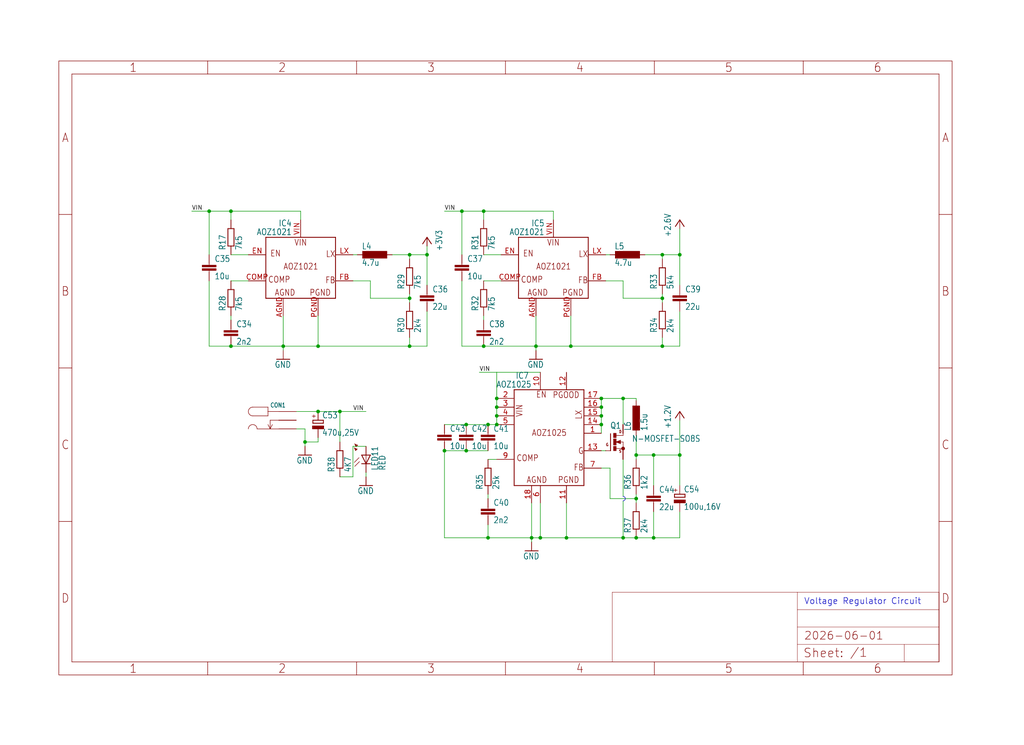
<source format=kicad_sch>
(kicad_sch (version 20250114) (generator "eeschema") (generator_version "9.0")
  (paper "User" 298.45 217.322)
  (lib_symbols
    (symbol "STCC1-V5a-eagle-import:+1.2V" (power)
      (symbol "+1.2V_1_0"
        (polyline (pts (xy 0 0) (xy -1.27 -1.905)) (stroke (width 0.254)))
        (polyline (pts (xy 0 0) (xy 1.27 -1.905)) (stroke (width 0.254)))
        (pin power_in line (at 0 -2.54 90) (length 2.54) (name "+1.2V") (number "1"))
      )
    )
    (symbol "STCC1-V5a-eagle-import:+2.6V" (power)
      (symbol "+2.6V_1_0"
        (polyline (pts (xy 0 2.54) (xy -1.27 0.635)) (stroke (width 0.254)))
        (polyline (pts (xy 1.27 0.635) (xy 0 2.54)) (stroke (width 0.254)))
        (pin power_in line (at 0 0 90) (length 2.54) (name "+2.6V") (number "1"))
      )
    )
    (symbol "STCC1-V5a-eagle-import:+3V3" (power)
      (symbol "+3V3_1_0"
        (polyline (pts (xy 0 0) (xy -1.27 -1.905)) (stroke (width 0.254)))
        (polyline (pts (xy 1.27 -1.905) (xy 0 0)) (stroke (width 0.254)))
        (pin power_in line (at 0 -2.54 90) (length 2.54) (name "+3V3") (number "1"))
      )
    )
    (symbol "STCC1-V5a-eagle-import:A4L-LOC"
      (symbol "A4L-LOC_1_0"
        (polyline (pts (xy 0 179.07) (xy 260.35 179.07) (xy 260.35 0) (xy 0 0) (xy 0 179.07)))
        (polyline (pts (xy 0 134.3025) (xy 3.81 134.3025)))
        (polyline (pts (xy 0 89.535) (xy 3.81 89.535)))
        (polyline (pts (xy 0 44.7675) (xy 3.81 44.7675)))
        (polyline (pts (xy 3.81 175.26) (xy 3.81 3.81)))
        (polyline (pts (xy 43.3917 179.07) (xy 43.3917 175.26)))
        (polyline (pts (xy 43.3917 3.81) (xy 43.3917 0)))
        (polyline (pts (xy 86.7833 179.07) (xy 86.7833 175.26)))
        (polyline (pts (xy 86.7833 3.81) (xy 86.7833 0)))
        (polyline (pts (xy 130.175 179.07) (xy 130.175 175.26)))
        (polyline (pts (xy 130.175 3.81) (xy 130.175 0)))
        (polyline (pts (xy 161.29 24.13) (xy 215.265 24.13)) (stroke (width 0.1016)))
        (polyline (pts (xy 161.29 3.81) (xy 161.29 24.13)) (stroke (width 0.1016)))
        (polyline (pts (xy 173.5667 179.07) (xy 173.5667 175.26)))
        (polyline (pts (xy 173.5667 3.81) (xy 173.5667 0)))
        (polyline (pts (xy 215.265 24.13) (xy 256.54 24.13)) (stroke (width 0.1016)))
        (polyline (pts (xy 215.265 19.05) (xy 215.265 24.13)) (stroke (width 0.1016)))
        (polyline (pts (xy 215.265 19.05) (xy 256.54 19.05)) (stroke (width 0.1016)))
        (polyline (pts (xy 215.265 13.97) (xy 215.265 19.05)) (stroke (width 0.1016)))
        (polyline (pts (xy 215.265 13.97) (xy 256.54 13.97)) (stroke (width 0.1016)))
        (polyline (pts (xy 215.265 8.89) (xy 215.265 13.97)) (stroke (width 0.1016)))
        (polyline (pts (xy 215.265 8.89) (xy 215.265 3.81)) (stroke (width 0.1016)))
        (polyline (pts (xy 216.9583 179.07) (xy 216.9583 175.26)))
        (polyline (pts (xy 216.9583 3.81) (xy 216.9583 0)))
        (polyline (pts (xy 246.38 8.89) (xy 215.265 8.89)) (stroke (width 0.1016)))
        (polyline (pts (xy 246.38 8.89) (xy 256.54 8.89)) (stroke (width 0.1016)))
        (polyline (pts (xy 246.38 3.81) (xy 246.38 8.89)) (stroke (width 0.1016)))
        (polyline (pts (xy 256.54 175.26) (xy 3.81 175.26)))
        (polyline (pts (xy 256.54 175.26) (xy 256.54 3.81)))
        (polyline (pts (xy 256.54 134.3025) (xy 260.35 134.3025)))
        (polyline (pts (xy 256.54 89.535) (xy 260.35 89.535)))
        (polyline (pts (xy 256.54 44.7675) (xy 260.35 44.7675)))
        (polyline (pts (xy 256.54 19.05) (xy 256.54 24.13)) (stroke (width 0.1016)))
        (polyline (pts (xy 256.54 13.97) (xy 256.54 19.05)) (stroke (width 0.1016)))
        (polyline (pts (xy 256.54 8.89) (xy 256.54 13.97)) (stroke (width 0.1016)))
        (polyline (pts (xy 256.54 3.81) (xy 3.81 3.81)))
        (polyline (pts (xy 256.54 3.81) (xy 256.54 8.89)) (stroke (width 0.1016)))
        (text "A" (at 1.905 156.6863 0) (effects (font (size 2.54 2.286))))
        (text "B" (at 1.905 111.9188 0) (effects (font (size 2.54 2.286))))
        (text "C" (at 1.905 67.1513 0) (effects (font (size 2.54 2.286))))
        (text "D" (at 1.905 22.3838 0) (effects (font (size 2.54 2.286))))
        (text "1" (at 21.6958 177.165 0) (effects (font (size 2.54 2.286))))
        (text "1" (at 21.6958 1.905 0) (effects (font (size 2.54 2.286))))
        (text "2" (at 65.0875 177.165 0) (effects (font (size 2.54 2.286))))
        (text "2" (at 65.0875 1.905 0) (effects (font (size 2.54 2.286))))
        (text "3" (at 108.4792 177.165 0) (effects (font (size 2.54 2.286))))
        (text "3" (at 108.4792 1.905 0) (effects (font (size 2.54 2.286))))
        (text "4" (at 151.8708 177.165 0) (effects (font (size 2.54 2.286))))
        (text "4" (at 151.8708 1.905 0) (effects (font (size 2.54 2.286))))
        (text "5" (at 195.2625 177.165 0) (effects (font (size 2.54 2.286))))
        (text "5" (at 195.2625 1.905 0) (effects (font (size 2.54 2.286))))
        (text "Sheet:" (at 216.916 4.953 0) (effects (font (size 2.54 2.54)) (justify left bottom)))
        (text "${PROJECTNAME}" (at 217.17 15.24 0) (effects (font (size 2.54 2.54)) (justify left bottom)))
        (text "${CURRENT_DATE}" (at 217.17 10.16 0) (effects (font (size 2.286 2.286)) (justify left bottom)))
        (text "${#}/${##}" (at 230.505 5.08 0) (effects (font (size 2.54 2.54)) (justify left bottom)))
        (text "6" (at 238.6542 177.165 0) (effects (font (size 2.54 2.286))))
        (text "6" (at 238.6542 1.905 0) (effects (font (size 2.54 2.286))))
        (text "A" (at 258.445 156.6863 0) (effects (font (size 2.54 2.286))))
        (text "B" (at 258.445 111.9188 0) (effects (font (size 2.54 2.286))))
        (text "C" (at 258.445 67.1513 0) (effects (font (size 2.54 2.286))))
        (text "D" (at 258.445 22.3838 0) (effects (font (size 2.54 2.286))))
      )
    )
    (symbol "STCC1-V5a-eagle-import:AOZ1021"
      (property "Reference" "IC" (at -2.54 15.24 0))
      (symbol "AOZ1021_1_0"
        (polyline (pts (xy -10.16 10.16) (xy 10.16 10.16)) (stroke (width 0.254)))
        (polyline (pts (xy -10.16 -7.62) (xy -10.16 10.16)) (stroke (width 0.254)))
        (polyline (pts (xy 10.16 10.16) (xy 10.16 -7.62)) (stroke (width 0.254)))
        (polyline (pts (xy 10.16 -7.62) (xy -10.16 -7.62)) (stroke (width 0.254)))
        (text "COMP" (at -9.525 -3.175 0) (effects (font (size 1.778 1.5113)) (justify left bottom)))
        (text "EN" (at -8.89 4.445 0) (effects (font (size 1.778 1.5113)) (justify left bottom)))
        (text "AGND" (at -7.62 -6.985 0) (effects (font (size 1.778 1.5113)) (justify left bottom)))
        (text "AOZ1021" (at -5.08 0.635 0) (effects (font (size 1.778 1.5113)) (justify left bottom)))
        (text "VIN" (at -1.905 7.62 0) (effects (font (size 1.778 1.5113)) (justify left bottom)))
        (text "PGND" (at 2.54 -6.985 0) (effects (font (size 1.778 1.5113)) (justify left bottom)))
        (text "LX" (at 10.16 6.35 0) (effects (font (size 1.778 1.5113)) (justify right top)))
        (text "FB" (at 10.16 -1.27 0) (effects (font (size 1.778 1.5113)) (justify right top)))
        (pin bidirectional line (at -15.24 5.08 0) (length 5.08) (name "EN") (number "EN"))
        (pin bidirectional line (at -15.24 -2.54 0) (length 5.08) (name "COMP") (number "COMP"))
        (pin bidirectional line (at -5.08 -12.7 90) (length 5.08) (name "AGND") (number "AGND"))
        (pin bidirectional line (at 0 15.24 270) (length 5.08) (name "VIN") (number "VIN"))
        (pin bidirectional line (at 5.08 -12.7 90) (length 5.08) (name "PGND") (number "PGND"))
        (pin bidirectional line (at 15.24 5.08 180) (length 5.08) (name "LX") (number "LX"))
        (pin bidirectional line (at 15.24 -2.54 180) (length 5.08) (name "FB") (number "FB"))
      )
    )
    (symbol "STCC1-V5a-eagle-import:AOZ1025"
      (property "Reference" "IC" (at -5.842 20.32 0))
      (symbol "AOZ1025_1_0"
        (polyline (pts (xy -10.16 15.24) (xy 10.16 15.24)) (stroke (width 0.254)))
        (polyline (pts (xy -10.16 -12.7) (xy -10.16 15.24)) (stroke (width 0.254)))
        (polyline (pts (xy 10.16 15.24) (xy 10.16 -12.7)) (stroke (width 0.254)))
        (polyline (pts (xy 10.16 -12.7) (xy -10.16 -12.7)) (stroke (width 0.254)))
        (text "COMP" (at -9.525 -5.715 0) (effects (font (size 1.778 1.5113)) (justify left bottom)))
        (text "VIN" (at -7.62 7.239 900) (effects (font (size 1.778 1.5113)) (justify left bottom)))
        (text "AGND" (at -6.604 -12.065 0) (effects (font (size 1.778 1.5113)) (justify left bottom)))
        (text "AOZ1025" (at -5.08 1.651 0) (effects (font (size 1.778 1.5113)) (justify left bottom)))
        (text "EN" (at -3.81 12.827 0) (effects (font (size 1.778 1.5113)) (justify left bottom)))
        (text "PGOOD" (at 1.016 12.7 0) (effects (font (size 1.778 1.5113)) (justify left bottom)))
        (text "PGND" (at 2.54 -12.065 0) (effects (font (size 1.778 1.5113)) (justify left bottom)))
        (text "LX" (at 7.62 9.398 900) (effects (font (size 1.778 1.5113)) (justify right top)))
        (text "G" (at 10.16 -1.524 0) (effects (font (size 1.778 1.5113)) (justify right top)))
        (text "FB" (at 10.16 -6.35 0) (effects (font (size 1.778 1.5113)) (justify right top)))
        (pin bidirectional line (at -15.24 12.7 0) (length 5.08) (name "VIN1") (number "2"))
        (pin bidirectional line (at -15.24 10.16 0) (length 5.08) (name "VIN2") (number "3"))
        (pin bidirectional line (at -15.24 7.62 0) (length 5.08) (name "VIN3") (number "4"))
        (pin bidirectional line (at -15.24 5.08 0) (length 5.08) (name "VIN4") (number "5"))
        (pin bidirectional line (at -15.24 -5.08 0) (length 5.08) (name "COMP") (number "9"))
        (pin bidirectional line (at -5.08 -17.78 90) (length 5.08) (name "AGND2") (number "18"))
        (pin bidirectional line (at -2.54 20.32 270) (length 5.08) (name "EN") (number "10"))
        (pin bidirectional line (at -2.54 -17.78 90) (length 5.08) (name "AGND1") (number "6"))
        (pin bidirectional line (at 5.08 20.32 270) (length 5.08) (name "PGOOD") (number "12"))
        (pin bidirectional line (at 5.08 -17.78 90) (length 5.08) (name "PGND") (number "11"))
        (pin bidirectional line (at 15.24 12.7 180) (length 5.08) (name "LX5") (number "17"))
        (pin bidirectional line (at 15.24 10.16 180) (length 5.08) (name "LX4") (number "16"))
        (pin bidirectional line (at 15.24 7.62 180) (length 5.08) (name "LX3") (number "15"))
        (pin bidirectional line (at 15.24 5.08 180) (length 5.08) (name "LX2") (number "14"))
        (pin bidirectional line (at 15.24 2.54 180) (length 5.08) (name "LX1") (number "1"))
        (pin bidirectional line (at 15.24 -2.54 180) (length 5.08) (name "G") (number "13"))
        (pin bidirectional line (at 15.24 -7.62 180) (length 5.08) (name "FB") (number "7"))
      )
    )
    (symbol "STCC1-V5a-eagle-import:C-EUC0805"
      (property "Reference" "C" (at 1.524 0.381 0))
      (symbol "C-EUC0805_1_0"
        (rectangle (start -2.032 -1.016) (end 2.032 -0.508) (fill (type outline)))
        (rectangle (start -2.032 -2.032) (end 2.032 -1.524) (fill (type outline)))
        (polyline (pts (xy 0 0) (xy 0 -0.508)) (stroke (width 0.1524)))
        (polyline (pts (xy 0 -2.54) (xy 0 -2.032)) (stroke (width 0.1524)))
        (pin passive line (at 0 2.54 270) (length 2.54) (name "1") (number "1"))
        (pin passive line (at 0 -5.08 90) (length 2.54) (name "2") (number "2"))
      )
    )
    (symbol "STCC1-V5a-eagle-import:CPOL-EU153CLV-0605"
      (property "Reference" "C" (at 1.143 0.4826 0))
      (symbol "CPOL-EU153CLV-0605_1_0"
        (rectangle (start -1.651 -2.54) (end 1.651 -1.651) (fill (type outline)))
        (polyline (pts (xy -1.524 0) (xy -1.524 -0.889)) (stroke (width 0.254)))
        (polyline (pts (xy -1.524 0) (xy 1.524 0)) (stroke (width 0.254)))
        (polyline (pts (xy -1.524 -0.889) (xy 1.524 -0.889)) (stroke (width 0.254)))
        (polyline (pts (xy 1.524 -0.889) (xy 1.524 0)) (stroke (width 0.254)))
        (text "+" (at -0.5842 0.4064 900) (effects (font (size 1.27 1.0795)) (justify left bottom)))
        (pin passive line (at 0 2.54 270) (length 2.54) (name "+") (number "+"))
        (pin passive line (at 0 -5.08 90) (length 2.54) (name "-") (number "-"))
      )
    )
    (symbol "STCC1-V5a-eagle-import:CPOL-EU153CLV-1014"
      (property "Reference" "C" (at 1.143 0.4826 0))
      (symbol "CPOL-EU153CLV-1014_1_0"
        (rectangle (start -1.651 -2.54) (end 1.651 -1.651) (fill (type outline)))
        (polyline (pts (xy -1.524 0) (xy -1.524 -0.889)) (stroke (width 0.254)))
        (polyline (pts (xy -1.524 0) (xy 1.524 0)) (stroke (width 0.254)))
        (polyline (pts (xy -1.524 -0.889) (xy 1.524 -0.889)) (stroke (width 0.254)))
        (polyline (pts (xy 1.524 -0.889) (xy 1.524 0)) (stroke (width 0.254)))
        (text "+" (at -0.5842 0.4064 900) (effects (font (size 1.27 1.0795)) (justify left bottom)))
        (pin passive line (at 0 2.54 270) (length 2.54) (name "+") (number "+"))
        (pin passive line (at 0 -5.08 90) (length 2.54) (name "-") (number "-"))
      )
    )
    (symbol "STCC1-V5a-eagle-import:DC_SOCKET5870"
      (property "Reference" "CON" (at 0 5.08 0))
      (symbol "DC_SOCKET5870_1_0"
        (arc (start -5.08 1.27) (mid -6.35 2.54) (end -5.08 3.81) (stroke (width 0.15)))
        (polyline (pts (xy -5.08 1.27) (xy -0.635 1.27)) (stroke (width 0.15)))
        (arc (start -6.35 -2.54) (mid -5.08 -1.27) (end -3.81 -2.54) (stroke (width 0.15)))
        (polyline (pts (xy -0.635 3.81) (xy -5.08 3.81)) (stroke (width 0.15)))
        (polyline (pts (xy -0.635 2.54) (xy -0.635 3.81)) (stroke (width 0.15)))
        (polyline (pts (xy -0.635 1.27) (xy -0.635 2.54)) (stroke (width 0.15)))
        (polyline (pts (xy 0 0) (xy 2.54 0)) (stroke (width 0.15)))
        (polyline (pts (xy 0 -2.54) (xy -3.81 -2.54)) (stroke (width 0.15)))
        (polyline (pts (xy 0 -2.54) (xy -0.635 -1.27)) (stroke (width 0.15)))
        (polyline (pts (xy 0 -2.54) (xy 0 0)) (stroke (width 0.15)))
        (polyline (pts (xy 0 -2.54) (xy 0.635 -1.27)) (stroke (width 0.15)))
        (polyline (pts (xy 2.54 2.54) (xy -0.635 2.54)) (stroke (width 0.15)))
        (polyline (pts (xy 2.54 -2.54) (xy 0 -2.54)) (stroke (width 0.15)))
        (pin bidirectional line (at 7.62 2.54 180) (length 5.08) (name "1") (number "1"))
        (pin bidirectional line (at 7.62 0 180) (length 5.08) (name "2") (number "2"))
        (pin bidirectional line (at 7.62 -2.54 180) (length 5.08) (name "3") (number "3"))
      )
    )
    (symbol "STCC1-V5a-eagle-import:GND" (power)
      (symbol "GND_1_0"
        (polyline (pts (xy -1.905 0) (xy 1.905 0)) (stroke (width 0.254)))
        (pin power_in line (at 0 2.54 270) (length 2.54) (name "GND") (number "1"))
      )
    )
    (symbol "STCC1-V5a-eagle-import:L-EUNR60"
      (property "Reference" "L" (at -1.4986 -3.81 90))
      (symbol "L-EUNR60_1_0"
        (rectangle (start -1.016 -3.556) (end 1.016 3.556) (fill (type outline)))
        (pin passive line (at 0 5.08 270) (length 2.54) (name "1") (number "P$1"))
        (pin passive line (at 0 -5.08 90) (length 2.54) (name "2") (number "P$2"))
      )
    )
    (symbol "STCC1-V5a-eagle-import:L-EUVLP80"
      (property "Reference" "L" (at -1.4986 -3.81 90))
      (symbol "L-EUVLP80_1_0"
        (rectangle (start -1.016 -3.556) (end 1.016 3.556) (fill (type outline)))
        (pin passive line (at 0 5.08 270) (length 2.54) (name "1") (number "P$1"))
        (pin passive line (at 0 -5.08 90) (length 2.54) (name "2") (number "P$2"))
      )
    )
    (symbol "STCC1-V5a-eagle-import:LEDCHIPLED_1206"
      (property "Reference" "LED" (at 3.556 -4.572 90))
      (symbol "LEDCHIPLED_1206_1_0"
        (polyline (pts (xy -3.429 2.159) (xy -3.048 1.27) (xy -2.54 1.778)) (stroke (width 0.1524)) (fill (type outline)))
        (polyline (pts (xy -3.302 3.302) (xy -2.921 2.413) (xy -2.413 2.921)) (stroke (width 0.1524)) (fill (type outline)))
        (polyline (pts (xy -2.032 -0.762) (xy -3.429 -2.159)) (stroke (width 0.1524)))
        (polyline (pts (xy -1.905 -1.905) (xy -3.302 -3.302)) (stroke (width 0.1524)))
        (polyline (pts (xy 0 0) (xy -1.27 0)) (stroke (width 0.254)))
        (polyline (pts (xy 0 0) (xy 0 -2.54)) (stroke (width 0.1524)))
        (polyline (pts (xy 0 -2.54) (xy -1.27 0)) (stroke (width 0.254)))
        (polyline (pts (xy 0 -2.54) (xy -1.27 -2.54)) (stroke (width 0.254)))
        (polyline (pts (xy 1.27 0) (xy 0 0)) (stroke (width 0.254)))
        (polyline (pts (xy 1.27 0) (xy 0 -2.54)) (stroke (width 0.254)))
        (polyline (pts (xy 1.27 -2.54) (xy 0 -2.54)) (stroke (width 0.254)))
        (pin passive line (at 0 2.54 270) (length 2.54) (name "A") (number "A"))
        (pin passive line (at 0 -5.08 90) (length 2.54) (name "C") (number "C"))
      )
    )
    (symbol "STCC1-V5a-eagle-import:N-MOSFET-SO8S"
      (property "Reference" "Q" (at 5.08 2.54 0))
      (symbol "N-MOSFET-SO8S_1_0"
        (polyline (pts (xy -1.1176 2.413) (xy -1.1176 -2.54)) (stroke (width 0.254)))
        (polyline (pts (xy -1.1176 -2.54) (xy -2.54 -2.54)) (stroke (width 0.1524)))
        (rectangle (start -0.254 1.27) (end 0.508 2.54) (fill (type outline)))
        (rectangle (start -0.254 -0.889) (end 0.508 0.889) (fill (type outline)))
        (rectangle (start -0.254 -2.54) (end 0.508 -1.27) (fill (type outline)))
        (polyline (pts (xy 0.508 0) (xy 1.778 -0.508)) (stroke (width 0.1524)))
        (polyline (pts (xy 0.508 -1.905) (xy 2.54 -1.905)) (stroke (width 0.1524)))
        (polyline (pts (xy 0.762 0) (xy 1.651 -0.254)) (stroke (width 0.3048)))
        (polyline (pts (xy 1.651 0.254) (xy 0.762 0)) (stroke (width 0.3048)))
        (polyline (pts (xy 1.651 0) (xy 1.397 0)) (stroke (width 0.3048)))
        (polyline (pts (xy 1.651 0) (xy 2.54 0)) (stroke (width 0.1524)))
        (polyline (pts (xy 1.651 -0.254) (xy 1.651 0)) (stroke (width 0.3048)))
        (polyline (pts (xy 1.778 0.508) (xy 0.508 0)) (stroke (width 0.1524)))
        (polyline (pts (xy 1.778 -0.508) (xy 1.778 0.508)) (stroke (width 0.1524)))
        (polyline (pts (xy 2.54 2.54) (xy 2.54 1.905)) (stroke (width 0.1524)))
        (polyline (pts (xy 2.54 1.905) (xy 0.5334 1.905)) (stroke (width 0.1524)))
        (polyline (pts (xy 2.54 0) (xy 2.54 -1.905)) (stroke (width 0.1524)))
        (polyline (pts (xy 2.54 -1.905) (xy 2.54 -2.54)) (stroke (width 0.1524)))
        (circle (center 2.54 -1.905) (radius 0.127) (stroke (width 0.4064)))
        (text "G" (at -2.54 -1.27 0) (effects (font (size 0.8128 0.6908)) (justify left bottom)))
        (text "D" (at 1.27 2.54 0) (effects (font (size 0.8128 0.6908)) (justify left bottom)))
        (text "S" (at 1.27 -3.175 0) (effects (font (size 0.8128 0.6908)) (justify left bottom)))
        (pin passive line (at -2.54 -2.54 0) (length 0) (name "G") (number "4"))
        (pin passive line (at 2.54 5.08 270) (length 2.54) (name "D") (number "5"))
        (pin passive line (at 2.54 5.08 270) (length 2.54) (name "D") (number "6"))
        (pin passive line (at 2.54 5.08 270) (length 2.54) (name "D") (number "7"))
        (pin passive line (at 2.54 5.08 270) (length 2.54) (name "D") (number "8"))
        (pin passive line (at 2.54 -5.08 90) (length 2.54) (name "S") (number "1"))
        (pin passive line (at 2.54 -5.08 90) (length 2.54) (name "S") (number "2"))
        (pin passive line (at 2.54 -5.08 90) (length 2.54) (name "S") (number "3"))
      )
    )
    (symbol "STCC1-V5a-eagle-import:R-EU_M0805"
      (property "Reference" "R" (at -3.81 1.4986 0))
      (symbol "R-EU_M0805_1_0"
        (polyline (pts (xy -2.54 -0.889) (xy -2.54 0.889)) (stroke (width 0.254)))
        (polyline (pts (xy -2.54 -0.889) (xy 2.54 -0.889)) (stroke (width 0.254)))
        (polyline (pts (xy 2.54 0.889) (xy -2.54 0.889)) (stroke (width 0.254)))
        (polyline (pts (xy 2.54 -0.889) (xy 2.54 0.889)) (stroke (width 0.254)))
        (pin passive line (at -5.08 0 0) (length 2.54) (name "1") (number "1"))
        (pin passive line (at 5.08 0 180) (length 2.54) (name "2") (number "2"))
      )
    )
  )
  (arc (start 181.61 144.78) (mid 182.245 145.415) (end 181.61 146.05) (stroke (width 0.1524)))
  (text "Voltage Regulator Circuit" (at 234.315 176.53 0) (effects (font (size 1.778 1.778)) (justify left bottom)))
  (junction (at 142.24 156.845))
  (junction (at 67.31 61.595))
  (junction (at 142.24 123.825))
  (junction (at 190.5 156.845))
  (junction (at 185.42 156.845))
  (junction (at 175.26 118.745))
  (junction (at 175.26 121.285))
  (junction (at 198.12 132.715))
  (junction (at 193.04 100.965))
  (junction (at 175.26 123.825))
  (junction (at 119.38 100.965))
  (junction (at 82.55 100.965))
  (junction (at 134.62 61.595))
  (junction (at 185.42 145.415))
  (junction (at 119.38 74.295))
  (junction (at 157.48 156.845))
  (junction (at 135.89 131.445))
  (junction (at 129.54 131.445))
  (junction (at 60.96 61.595))
  (junction (at 193.04 74.295))
  (junction (at 193.04 86.995))
  (junction (at 144.78 121.285))
  (junction (at 198.12 74.295))
  (junction (at 190.5 132.715))
  (junction (at 140.97 100.965))
  (junction (at 156.21 100.965))
  (junction (at 144.78 123.825))
  (junction (at 99.06 120.015))
  (junction (at 165.1 156.845))
  (junction (at 92.71 120.015))
  (junction (at 140.97 61.595))
  (junction (at 154.94 156.845))
  (junction (at 181.61 156.845))
  (junction (at 92.71 100.965))
  (junction (at 185.42 132.715))
  (junction (at 181.61 116.205))
  (junction (at 166.37 100.965))
  (junction (at 124.46 74.295))
  (junction (at 88.9 128.905))
  (junction (at 144.78 118.745))
  (junction (at 119.38 86.995))
  (junction (at 135.89 123.825))
  (junction (at 67.31 100.965))
  (junction (at 144.78 116.205))
  (junction (at 175.26 116.205))
  (wire (pts (xy 134.62 61.595) (xy 129.54 61.595)) (stroke (width 0.1524)))
  (wire (pts (xy 102.87 139.065) (xy 102.87 130.175)) (stroke (width 0.1524)))
  (wire (pts (xy 156.21 92.075) (xy 156.21 100.965)) (stroke (width 0.1524)))
  (wire (pts (xy 88.9 128.905) (xy 88.9 130.175)) (stroke (width 0.1524)))
  (wire (pts (xy 72.39 81.915) (xy 67.31 81.915)) (stroke (width 0.1524)))
  (wire (pts (xy 144.78 108.585) (xy 139.7 108.585)) (stroke (width 0.1524)))
  (wire (pts (xy 87.63 61.595) (xy 87.63 64.135)) (stroke (width 0.1524)))
  (wire (pts (xy 82.55 102.235) (xy 82.55 100.965)) (stroke (width 0.1524)))
  (wire (pts (xy 154.94 146.685) (xy 154.94 156.845)) (stroke (width 0.1524)))
  (wire (pts (xy 134.62 74.295) (xy 134.62 61.595)) (stroke (width 0.1524)))
  (wire (pts (xy 157.48 156.845) (xy 154.94 156.845)) (stroke (width 0.1524)))
  (wire (pts (xy 175.26 116.205) (xy 181.61 116.205)) (stroke (width 0.1524)))
  (wire (pts (xy 119.38 75.565) (xy 119.38 74.295)) (stroke (width 0.1524)))
  (wire (pts (xy 104.14 74.295) (xy 102.87 74.295)) (stroke (width 0.1524)))
  (wire (pts (xy 193.04 98.425) (xy 193.04 100.965)) (stroke (width 0.1524)))
  (wire (pts (xy 181.61 81.915) (xy 181.61 86.995)) (stroke (width 0.1524)))
  (wire (pts (xy 124.46 71.755) (xy 124.46 74.295)) (stroke (width 0.1524)))
  (wire (pts (xy 181.61 146.05) (xy 181.61 156.845)) (stroke (width 0.1524)))
  (wire (pts (xy 166.37 100.965) (xy 193.04 100.965)) (stroke (width 0.1524)))
  (wire (pts (xy 144.78 123.825) (xy 144.78 121.285)) (stroke (width 0.1524)))
  (wire (pts (xy 156.21 100.965) (xy 166.37 100.965)) (stroke (width 0.1524)))
  (wire (pts (xy 193.04 88.265) (xy 193.04 86.995)) (stroke (width 0.1524)))
  (wire (pts (xy 124.46 83.185) (xy 124.46 74.295)) (stroke (width 0.1524)))
  (wire (pts (xy 198.12 74.295) (xy 198.12 66.675)) (stroke (width 0.1524)))
  (wire (pts (xy 135.89 131.445) (xy 129.54 131.445)) (stroke (width 0.1524)))
  (wire (pts (xy 187.96 74.295) (xy 193.04 74.295)) (stroke (width 0.1524)))
  (wire (pts (xy 175.26 118.745) (xy 175.26 116.205)) (stroke (width 0.1524)))
  (wire (pts (xy 190.5 141.605) (xy 190.5 132.715)) (stroke (width 0.1524)))
  (wire (pts (xy 142.24 133.985) (xy 144.78 133.985)) (stroke (width 0.1524)))
  (wire (pts (xy 144.78 121.285) (xy 144.78 118.745)) (stroke (width 0.1524)))
  (wire (pts (xy 124.46 90.805) (xy 124.46 100.965)) (stroke (width 0.1524)))
  (wire (pts (xy 154.94 158.115) (xy 154.94 156.845)) (stroke (width 0.1524)))
  (wire (pts (xy 60.96 81.915) (xy 60.96 100.965)) (stroke (width 0.1524)))
  (wire (pts (xy 86.36 120.015) (xy 92.71 120.015)) (stroke (width 0.1524)))
  (wire (pts (xy 185.42 116.205) (xy 185.42 116.84)) (stroke (width 0.1524)))
  (wire (pts (xy 185.42 132.715) (xy 190.5 132.715)) (stroke (width 0.1524)))
  (wire (pts (xy 86.36 125.095) (xy 88.9 125.095)) (stroke (width 0.1524)))
  (wire (pts (xy 129.54 131.445) (xy 129.54 156.845)) (stroke (width 0.1524)))
  (wire (pts (xy 146.05 81.915) (xy 140.97 81.915)) (stroke (width 0.1524)))
  (wire (pts (xy 181.61 116.205) (xy 185.42 116.205)) (stroke (width 0.1524)))
  (wire (pts (xy 165.1 146.685) (xy 165.1 156.845)) (stroke (width 0.1524)))
  (wire (pts (xy 190.5 132.715) (xy 198.12 132.715)) (stroke (width 0.1524)))
  (wire (pts (xy 176.53 131.445) (xy 175.26 131.445)) (stroke (width 0.1524)))
  (wire (pts (xy 198.12 132.715) (xy 198.12 141.605)) (stroke (width 0.1524)))
  (wire (pts (xy 177.8 74.295) (xy 176.53 74.295)) (stroke (width 0.1524)))
  (wire (pts (xy 142.24 156.845) (xy 129.54 156.845)) (stroke (width 0.1524)))
  (wire (pts (xy 92.71 128.905) (xy 88.9 128.905)) (stroke (width 0.1524)))
  (wire (pts (xy 102.87 81.915) (xy 107.95 81.915)) (stroke (width 0.1524)))
  (wire (pts (xy 142.24 123.825) (xy 135.89 123.825)) (stroke (width 0.1524)))
  (wire (pts (xy 175.26 136.525) (xy 177.8 136.525)) (stroke (width 0.1524)))
  (wire (pts (xy 193.04 74.295) (xy 193.04 75.565)) (stroke (width 0.1524)))
  (wire (pts (xy 67.31 64.135) (xy 67.31 61.595)) (stroke (width 0.1524)))
  (wire (pts (xy 190.5 149.225) (xy 190.5 156.845)) (stroke (width 0.1524)))
  (wire (pts (xy 67.31 93.345) (xy 67.31 92.075)) (stroke (width 0.1524)))
  (wire (pts (xy 198.12 100.965) (xy 198.12 90.805)) (stroke (width 0.1524)))
  (wire (pts (xy 181.61 123.825) (xy 181.61 116.205)) (stroke (width 0.1524)))
  (wire (pts (xy 67.31 100.965) (xy 82.55 100.965)) (stroke (width 0.1524)))
  (wire (pts (xy 175.26 121.285) (xy 175.26 118.745)) (stroke (width 0.1524)))
  (wire (pts (xy 165.1 156.845) (xy 157.48 156.845)) (stroke (width 0.1524)))
  (wire (pts (xy 124.46 100.965) (xy 119.38 100.965)) (stroke (width 0.1524)))
  (wire (pts (xy 140.97 61.595) (xy 140.97 64.135)) (stroke (width 0.1524)))
  (wire (pts (xy 119.38 98.425) (xy 119.38 100.965)) (stroke (width 0.1524)))
  (wire (pts (xy 140.97 61.595) (xy 134.62 61.595)) (stroke (width 0.1524)))
  (wire (pts (xy 72.39 74.295) (xy 67.31 74.295)) (stroke (width 0.1524)))
  (wire (pts (xy 119.38 88.265) (xy 119.38 86.995)) (stroke (width 0.1524)))
  (wire (pts (xy 119.38 86.995) (xy 119.38 85.725)) (stroke (width 0.1524)))
  (wire (pts (xy 154.94 156.845) (xy 142.24 156.845)) (stroke (width 0.1524)))
  (wire (pts (xy 185.42 156.845) (xy 181.61 156.845)) (stroke (width 0.1524)))
  (wire (pts (xy 114.3 74.295) (xy 119.38 74.295)) (stroke (width 0.1524)))
  (wire (pts (xy 107.95 86.995) (xy 119.38 86.995)) (stroke (width 0.1524)))
  (wire (pts (xy 142.24 131.445) (xy 135.89 131.445)) (stroke (width 0.1524)))
  (wire (pts (xy 146.05 74.295) (xy 140.97 74.295)) (stroke (width 0.1524)))
  (wire (pts (xy 134.62 100.965) (xy 140.97 100.965)) (stroke (width 0.1524)))
  (wire (pts (xy 88.9 125.095) (xy 88.9 128.905)) (stroke (width 0.1524)))
  (wire (pts (xy 175.26 123.825) (xy 175.26 121.285)) (stroke (width 0.1524)))
  (wire (pts (xy 106.68 139.065) (xy 106.68 137.795)) (stroke (width 0.1524)))
  (wire (pts (xy 181.61 86.995) (xy 193.04 86.995)) (stroke (width 0.1524)))
  (wire (pts (xy 161.29 64.135) (xy 161.29 61.595)) (stroke (width 0.1524)))
  (wire (pts (xy 99.06 120.015) (xy 106.68 120.015)) (stroke (width 0.1524)))
  (wire (pts (xy 134.62 81.915) (xy 134.62 100.965)) (stroke (width 0.1524)))
  (wire (pts (xy 185.42 145.415) (xy 185.42 144.145)) (stroke (width 0.1524)))
  (wire (pts (xy 142.24 153.035) (xy 142.24 156.845)) (stroke (width 0.1524)))
  (wire (pts (xy 107.95 81.915) (xy 107.95 86.995)) (stroke (width 0.1524)))
  (wire (pts (xy 92.71 100.965) (xy 92.71 92.075)) (stroke (width 0.1524)))
  (wire (pts (xy 135.89 123.825) (xy 129.54 123.825)) (stroke (width 0.1524)))
  (wire (pts (xy 60.96 74.295) (xy 60.96 61.595)) (stroke (width 0.1524)))
  (wire (pts (xy 198.12 83.185) (xy 198.12 74.295)) (stroke (width 0.1524)))
  (wire (pts (xy 60.96 100.965) (xy 67.31 100.965)) (stroke (width 0.1524)))
  (wire (pts (xy 144.78 108.585) (xy 157.48 108.585)) (stroke (width 0.1524)))
  (wire (pts (xy 185.42 127) (xy 185.42 132.715)) (stroke (width 0.1524)))
  (wire (pts (xy 144.78 116.205) (xy 144.78 108.585)) (stroke (width 0.1524)))
  (wire (pts (xy 82.55 100.965) (xy 92.71 100.965)) (stroke (width 0.1524)))
  (wire (pts (xy 142.24 145.415) (xy 142.24 144.145)) (stroke (width 0.1524)))
  (wire (pts (xy 144.78 123.825) (xy 142.24 123.825)) (stroke (width 0.1524)))
  (wire (pts (xy 67.31 61.595) (xy 87.63 61.595)) (stroke (width 0.1524)))
  (wire (pts (xy 140.97 100.965) (xy 156.21 100.965)) (stroke (width 0.1524)))
  (wire (pts (xy 119.38 100.965) (xy 92.71 100.965)) (stroke (width 0.1524)))
  (wire (pts (xy 181.61 133.985) (xy 181.61 144.78)) (stroke (width 0.1524)))
  (wire (pts (xy 124.46 74.295) (xy 119.38 74.295)) (stroke (width 0.1524)))
  (wire (pts (xy 185.42 133.985) (xy 185.42 132.715)) (stroke (width 0.1524)))
  (wire (pts (xy 157.48 146.685) (xy 157.48 156.845)) (stroke (width 0.1524)))
  (wire (pts (xy 198.12 74.295) (xy 193.04 74.295)) (stroke (width 0.1524)))
  (wire (pts (xy 144.78 118.745) (xy 144.78 116.205)) (stroke (width 0.1524)))
  (wire (pts (xy 181.61 156.845) (xy 165.1 156.845)) (stroke (width 0.1524)))
  (wire (pts (xy 99.06 139.065) (xy 102.87 139.065)) (stroke (width 0.1524)))
  (wire (pts (xy 198.12 122.555) (xy 198.12 132.715)) (stroke (width 0.1524)))
  (wire (pts (xy 99.06 128.905) (xy 99.06 120.015)) (stroke (width 0.1524)))
  (wire (pts (xy 193.04 86.995) (xy 193.04 85.725)) (stroke (width 0.1524)))
  (wire (pts (xy 156.21 102.235) (xy 156.21 100.965)) (stroke (width 0.1524)))
  (wire (pts (xy 82.55 92.075) (xy 82.55 100.965)) (stroke (width 0.1524)))
  (wire (pts (xy 175.26 126.365) (xy 175.26 123.825)) (stroke (width 0.1524)))
  (wire (pts (xy 177.8 136.525) (xy 177.8 145.415)) (stroke (width 0.1524)))
  (wire (pts (xy 140.97 93.345) (xy 140.97 92.075)) (stroke (width 0.1524)))
  (wire (pts (xy 102.87 130.175) (xy 106.68 130.175)) (stroke (width 0.1524)))
  (wire (pts (xy 198.12 149.225) (xy 198.12 156.845)) (stroke (width 0.1524)))
  (wire (pts (xy 193.04 100.965) (xy 198.12 100.965)) (stroke (width 0.1524)))
  (wire (pts (xy 198.12 156.845) (xy 190.5 156.845)) (stroke (width 0.1524)))
  (wire (pts (xy 190.5 156.845) (xy 185.42 156.845)) (stroke (width 0.1524)))
  (wire (pts (xy 166.37 92.075) (xy 166.37 100.965)) (stroke (width 0.1524)))
  (wire (pts (xy 60.96 61.595) (xy 55.88 61.595)) (stroke (width 0.1524)))
  (wire (pts (xy 60.96 61.595) (xy 67.31 61.595)) (stroke (width 0.1524)))
  (wire (pts (xy 177.8 145.415) (xy 185.42 145.415)) (stroke (width 0.1524)))
  (wire (pts (xy 185.42 146.685) (xy 185.42 145.415)) (stroke (width 0.1524)))
  (wire (pts (xy 176.53 81.915) (xy 181.61 81.915)) (stroke (width 0.1524)))
  (wire (pts (xy 92.71 127.635) (xy 92.71 128.905)) (stroke (width 0.1524)))
  (wire (pts (xy 161.29 61.595) (xy 140.97 61.595)) (stroke (width 0.1524)))
  (wire (pts (xy 92.71 120.015) (xy 99.06 120.015)) (stroke (width 0.1524)))
  (label "VIN" (at 129.54 61.595 0) (effects (font (size 1.2446 1.2446))))
  (label "VIN" (at 55.88 61.595 0) (effects (font (size 1.2446 1.2446))))
  (label "VIN" (at 139.7 108.585 0) (effects (font (size 1.2446 1.2446))))
  (label "VIN" (at 102.87 120.015 0) (effects (font (size 1.2446 1.2446))))
  (symbol (lib_id "STCC1-V5a-eagle-import:N-MOSFET-SO8S") (at 179.07 128.905 0) (unit 1)
    (property "Reference" "Q1" (at 177.8 125.095 0) (effects (font (size 1.778 1.5113)) (justify left bottom)))
    (property "Value" "N-MOSFET-SO8S" (at 184.15 128.905 0) (effects (font (size 1.778 1.5113)) (justify left bottom)))
    (property "Footprint" "STCC1-V5a:SO-08" (effects (hide yes)))
  )
  (symbol (lib_id "STCC1-V5a-eagle-import:R-EU_M0805") (at 99.06 133.985 90) (unit 1)
    (property "Reference" "R38" (at 97.5614 137.795 0) (effects (font (size 1.778 1.5113)) (justify left bottom)))
    (property "Value" "4K7" (at 102.362 137.795 0) (effects (font (size 1.778 1.5113)) (justify left bottom)))
    (property "Footprint" "STCC1-V5a:M0805" (effects (hide yes)))
  )
  (symbol (lib_id "STCC1-V5a-eagle-import:CPOL-EU153CLV-0605") (at 198.12 144.145 0) (unit 1)
    (property "Reference" "C54" (at 199.263 143.6624 0) (effects (font (size 1.778 1.5113)) (justify left bottom)))
    (property "Value" "100u,16V" (at 199.263 148.7424 0) (effects (font (size 1.778 1.5113)) (justify left bottom)))
    (property "Footprint" "STCC1-V5a:153CLV-0605" (effects (hide yes)))
  )
  (symbol (lib_id "STCC1-V5a-eagle-import:C-EUC0805") (at 60.96 76.835 0) (unit 1)
    (property "Reference" "C35" (at 62.484 76.454 0) (effects (font (size 1.778 1.5113)) (justify left bottom)))
    (property "Value" "10u" (at 62.484 81.534 0) (effects (font (size 1.778 1.5113)) (justify left bottom)))
    (property "Footprint" "STCC1-V5a:C0805" (effects (hide yes)))
  )
  (symbol (lib_id "STCC1-V5a-eagle-import:R-EU_M0805") (at 119.38 93.345 90) (unit 1)
    (property "Reference" "R30" (at 117.8814 97.155 0) (effects (font (size 1.778 1.5113)) (justify left bottom)))
    (property "Value" "2k4" (at 122.682 97.155 0) (effects (font (size 1.778 1.5113)) (justify left bottom)))
    (property "Footprint" "STCC1-V5a:M0805" (effects (hide yes)))
  )
  (symbol (lib_id "STCC1-V5a-eagle-import:C-EUC0805") (at 190.5 144.145 0) (unit 1)
    (property "Reference" "C44" (at 192.024 143.764 0) (effects (font (size 1.778 1.5113)) (justify left bottom)))
    (property "Value" "22u" (at 192.024 148.844 0) (effects (font (size 1.778 1.5113)) (justify left bottom)))
    (property "Footprint" "STCC1-V5a:C0805" (effects (hide yes)))
  )
  (symbol (lib_id "STCC1-V5a-eagle-import:R-EU_M0805") (at 193.04 80.645 90) (unit 1)
    (property "Reference" "R33" (at 191.5414 84.455 0) (effects (font (size 1.778 1.5113)) (justify left bottom)))
    (property "Value" "5k4" (at 196.342 84.455 0) (effects (font (size 1.778 1.5113)) (justify left bottom)))
    (property "Footprint" "STCC1-V5a:M0805" (effects (hide yes)))
  )
  (symbol (lib_id "STCC1-V5a-eagle-import:C-EUC0805") (at 124.46 85.725 0) (unit 1)
    (property "Reference" "C36" (at 125.984 85.344 0) (effects (font (size 1.778 1.5113)) (justify left bottom)))
    (property "Value" "22u" (at 125.984 90.424 0) (effects (font (size 1.778 1.5113)) (justify left bottom)))
    (property "Footprint" "STCC1-V5a:C0805" (effects (hide yes)))
  )
  (symbol (lib_id "STCC1-V5a-eagle-import:L-EUNR60") (at 109.22 74.295 270) (unit 1)
    (property "Reference" "L4" (at 105.41 72.7964 90) (effects (font (size 1.778 1.5113)) (justify left bottom)))
    (property "Value" "4.7u" (at 105.41 77.597 90) (effects (font (size 1.778 1.5113)) (justify left bottom)))
    (property "Footprint" "STCC1-V5a:NR60" (effects (hide yes)))
  )
  (symbol (lib_id "STCC1-V5a-eagle-import:C-EUC0805") (at 198.12 85.725 0) (unit 1)
    (property "Reference" "C39" (at 199.644 85.344 0) (effects (font (size 1.778 1.5113)) (justify left bottom)))
    (property "Value" "22u" (at 199.644 90.424 0) (effects (font (size 1.778 1.5113)) (justify left bottom)))
    (property "Footprint" "STCC1-V5a:C0805" (effects (hide yes)))
  )
  (symbol (lib_id "STCC1-V5a-eagle-import:R-EU_M0805") (at 119.38 80.645 90) (unit 1)
    (property "Reference" "R29" (at 117.8814 84.455 0) (effects (font (size 1.778 1.5113)) (justify left bottom)))
    (property "Value" "7k5" (at 122.682 84.455 0) (effects (font (size 1.778 1.5113)) (justify left bottom)))
    (property "Footprint" "STCC1-V5a:M0805" (effects (hide yes)))
  )
  (symbol (lib_id "STCC1-V5a-eagle-import:C-EUC0805") (at 142.24 147.955 0) (unit 1)
    (property "Reference" "C40" (at 143.764 147.574 0) (effects (font (size 1.778 1.5113)) (justify left bottom)))
    (property "Value" "2n2" (at 143.764 152.654 0) (effects (font (size 1.778 1.5113)) (justify left bottom)))
    (property "Footprint" "STCC1-V5a:C0805" (effects (hide yes)))
  )
  (symbol (lib_id "STCC1-V5a-eagle-import:AOZ1025") (at 160.02 128.905 0) (unit 1)
    (property "Reference" "IC7" (at 154.178 108.585 0) (effects (font (size 1.778 1.5113)) (justify right top)))
    (property "Value" "AOZ1025" (at 154.94 111.125 0) (effects (font (size 1.778 1.5113)) (justify right top)))
    (property "Footprint" "STCC1-V5a:DFN-16+2TP" (effects (hide yes)))
  )
  (symbol (lib_id "STCC1-V5a-eagle-import:L-EUVLP80") (at 185.42 121.92 0) (unit 1)
    (property "Reference" "L6" (at 183.9214 125.73 90) (effects (font (size 1.778 1.5113)) (justify left bottom)))
    (property "Value" "1.5u" (at 188.722 125.73 90) (effects (font (size 1.778 1.5113)) (justify left bottom)))
    (property "Footprint" "STCC1-V5a:VLP80" (effects (hide yes)))
  )
  (symbol (lib_id "STCC1-V5a-eagle-import:LEDCHIPLED_1206") (at 106.68 132.715 0) (unit 1)
    (property "Reference" "LED11" (at 110.236 137.287 90) (effects (font (size 1.778 1.5113)) (justify left bottom)))
    (property "Value" "RED" (at 112.395 137.287 90) (effects (font (size 1.778 1.5113)) (justify left bottom)))
    (property "Footprint" "STCC1-V5a:CHIPLED_1206" (effects (hide yes)))
  )
  (symbol (lib_id "STCC1-V5a-eagle-import:AOZ1021") (at 87.63 79.375 0) (unit 1)
    (property "Reference" "IC4" (at 85.09 64.135 0) (effects (font (size 1.778 1.5113)) (justify right top)))
    (property "Value" "AOZ1021" (at 85.09 66.675 0) (effects (font (size 1.778 1.5113)) (justify right top)))
    (property "Footprint" "STCC1-V5a:AOZ1021" (effects (hide yes)))
  )
  (symbol (lib_id "STCC1-V5a-eagle-import:C-EUC0805") (at 67.31 95.885 0) (unit 1)
    (property "Reference" "C34" (at 68.834 95.504 0) (effects (font (size 1.778 1.5113)) (justify left bottom)))
    (property "Value" "2n2" (at 68.834 100.584 0) (effects (font (size 1.778 1.5113)) (justify left bottom)))
    (property "Footprint" "STCC1-V5a:C0805" (effects (hide yes)))
  )
  (symbol (lib_id "STCC1-V5a-eagle-import:GND") (at 156.21 104.775 0) (unit 1)
    (property "Reference" "#GND31" (effects (hide yes)))
    (property "Value" "GND" (at 153.67 107.315 0) (effects (font (size 1.778 1.5113)) (justify left bottom)))
  )
  (symbol (lib_id "STCC1-V5a-eagle-import:R-EU_M0805") (at 67.31 86.995 90) (unit 1)
    (property "Reference" "R28" (at 65.8114 90.805 0) (effects (font (size 1.778 1.5113)) (justify left bottom)))
    (property "Value" "7k5" (at 70.612 90.805 0) (effects (font (size 1.778 1.5113)) (justify left bottom)))
    (property "Footprint" "STCC1-V5a:M0805" (effects (hide yes)))
  )
  (symbol (lib_id "STCC1-V5a-eagle-import:R-EU_M0805") (at 140.97 86.995 90) (unit 1)
    (property "Reference" "R32" (at 139.4714 90.805 0) (effects (font (size 1.778 1.5113)) (justify left bottom)))
    (property "Value" "7k5" (at 144.272 90.805 0) (effects (font (size 1.778 1.5113)) (justify left bottom)))
    (property "Footprint" "STCC1-V5a:M0805" (effects (hide yes)))
  )
  (symbol (lib_id "STCC1-V5a-eagle-import:R-EU_M0805") (at 67.31 69.215 90) (unit 1)
    (property "Reference" "R17" (at 65.8114 73.025 0) (effects (font (size 1.778 1.5113)) (justify left bottom)))
    (property "Value" "7k5" (at 70.612 73.025 0) (effects (font (size 1.778 1.5113)) (justify left bottom)))
    (property "Footprint" "STCC1-V5a:M0805" (effects (hide yes)))
  )
  (symbol (lib_id "STCC1-V5a-eagle-import:DC_SOCKET5870") (at 78.74 122.555 0) (unit 1)
    (property "Reference" "CON1" (at 78.74 117.475 0) (effects (font (size 1.27 1.0795)) (justify left top)))
    (property "Value" "DC_SOCKET5870" (effects (hide yes)))
    (property "Footprint" "STCC1-V5a:PWR-5870" (effects (hide yes)))
  )
  (symbol (lib_id "STCC1-V5a-eagle-import:GND") (at 88.9 132.715 0) (unit 1)
    (property "Reference" "#GND34" (effects (hide yes)))
    (property "Value" "GND" (at 86.36 135.255 0) (effects (font (size 1.778 1.5113)) (justify left bottom)))
  )
  (symbol (lib_id "STCC1-V5a-eagle-import:GND") (at 154.94 160.655 0) (unit 1)
    (property "Reference" "#GND33" (effects (hide yes)))
    (property "Value" "GND" (at 152.4 163.195 0) (effects (font (size 1.778 1.5113)) (justify left bottom)))
  )
  (symbol (lib_id "STCC1-V5a-eagle-import:GND") (at 82.55 104.775 0) (unit 1)
    (property "Reference" "#GND30" (effects (hide yes)))
    (property "Value" "GND" (at 80.01 107.315 0) (effects (font (size 1.778 1.5113)) (justify left bottom)))
  )
  (symbol (lib_id "STCC1-V5a-eagle-import:+2.6V") (at 198.12 66.675 0) (unit 1)
    (property "Reference" "#U$6" (effects (hide yes)))
    (property "Value" "+2.6V" (at 195.58 69.215 90) (effects (font (size 1.778 1.5113)) (justify left bottom)))
  )
  (symbol (lib_id "STCC1-V5a-eagle-import:R-EU_M0805") (at 140.97 69.215 90) (unit 1)
    (property "Reference" "R31" (at 139.4714 73.025 0) (effects (font (size 1.778 1.5113)) (justify left bottom)))
    (property "Value" "7k5" (at 144.272 73.025 0) (effects (font (size 1.778 1.5113)) (justify left bottom)))
    (property "Footprint" "STCC1-V5a:M0805" (effects (hide yes)))
  )
  (symbol (lib_id "STCC1-V5a-eagle-import:AOZ1021") (at 161.29 79.375 0) (unit 1)
    (property "Reference" "IC5" (at 158.75 64.135 0) (effects (font (size 1.778 1.5113)) (justify right top)))
    (property "Value" "AOZ1021" (at 158.75 66.675 0) (effects (font (size 1.778 1.5113)) (justify right top)))
    (property "Footprint" "STCC1-V5a:AOZ1021" (effects (hide yes)))
  )
  (symbol (lib_id "STCC1-V5a-eagle-import:C-EUC0805") (at 140.97 95.885 0) (unit 1)
    (property "Reference" "C38" (at 142.494 95.504 0) (effects (font (size 1.778 1.5113)) (justify left bottom)))
    (property "Value" "2n2" (at 142.494 100.584 0) (effects (font (size 1.778 1.5113)) (justify left bottom)))
    (property "Footprint" "STCC1-V5a:C0805" (effects (hide yes)))
  )
  (symbol (lib_id "STCC1-V5a-eagle-import:R-EU_M0805") (at 185.42 151.765 90) (unit 1)
    (property "Reference" "R37" (at 183.9214 155.575 0) (effects (font (size 1.778 1.5113)) (justify left bottom)))
    (property "Value" "2k4" (at 188.722 155.575 0) (effects (font (size 1.778 1.5113)) (justify left bottom)))
    (property "Footprint" "STCC1-V5a:M0805" (effects (hide yes)))
  )
  (symbol (lib_id "STCC1-V5a-eagle-import:CPOL-EU153CLV-1014") (at 92.71 122.555 0) (unit 1)
    (property "Reference" "C53" (at 93.853 122.0724 0) (effects (font (size 1.778 1.5113)) (justify left bottom)))
    (property "Value" "470u,25V" (at 93.853 127.1524 0) (effects (font (size 1.778 1.5113)) (justify left bottom)))
    (property "Footprint" "STCC1-V5a:153CLV-1014" (effects (hide yes)))
  )
  (symbol (lib_id "STCC1-V5a-eagle-import:A4L-LOC") (at 17.145 196.85 0) (unit 1)
    (property "Reference" "#FRAME3" (effects (hide yes)))
    (property "Value" "A4L-LOC" (effects (hide yes)))
  )
  (symbol (lib_id "STCC1-V5a-eagle-import:R-EU_M0805") (at 185.42 139.065 90) (unit 1)
    (property "Reference" "R36" (at 183.9214 142.875 0) (effects (font (size 1.778 1.5113)) (justify left bottom)))
    (property "Value" "1k2" (at 188.722 142.875 0) (effects (font (size 1.778 1.5113)) (justify left bottom)))
    (property "Footprint" "STCC1-V5a:M0805" (effects (hide yes)))
  )
  (symbol (lib_id "STCC1-V5a-eagle-import:L-EUNR60") (at 182.88 74.295 270) (unit 1)
    (property "Reference" "L5" (at 179.07 72.7964 90) (effects (font (size 1.778 1.5113)) (justify left bottom)))
    (property "Value" "4.7u" (at 179.07 77.597 90) (effects (font (size 1.778 1.5113)) (justify left bottom)))
    (property "Footprint" "STCC1-V5a:NR60" (effects (hide yes)))
  )
  (symbol (lib_id "STCC1-V5a-eagle-import:C-EUC0805") (at 142.24 126.365 0) (unit 1)
    (property "Reference" "C41" (at 143.764 125.984 0) (effects (font (size 1.778 1.5113)) (justify left bottom)))
    (property "Value" "10u" (at 143.764 131.064 0) (effects (font (size 1.778 1.5113)) (justify left bottom)))
    (property "Footprint" "STCC1-V5a:C0805" (effects (hide yes)))
  )
  (symbol (lib_id "STCC1-V5a-eagle-import:C-EUC0805") (at 129.54 126.365 0) (unit 1)
    (property "Reference" "C43" (at 131.064 125.984 0) (effects (font (size 1.778 1.5113)) (justify left bottom)))
    (property "Value" "10u" (at 131.064 131.064 0) (effects (font (size 1.778 1.5113)) (justify left bottom)))
    (property "Footprint" "STCC1-V5a:C0805" (effects (hide yes)))
  )
  (symbol (lib_id "STCC1-V5a-eagle-import:R-EU_M0805") (at 193.04 93.345 90) (unit 1)
    (property "Reference" "R34" (at 191.5414 97.155 0) (effects (font (size 1.778 1.5113)) (justify left bottom)))
    (property "Value" "2k4" (at 196.342 97.155 0) (effects (font (size 1.778 1.5113)) (justify left bottom)))
    (property "Footprint" "STCC1-V5a:M0805" (effects (hide yes)))
  )
  (symbol (lib_id "STCC1-V5a-eagle-import:R-EU_M0805") (at 142.24 139.065 90) (unit 1)
    (property "Reference" "R35" (at 140.7414 142.875 0) (effects (font (size 1.778 1.5113)) (justify left bottom)))
    (property "Value" "25k" (at 145.542 142.875 0) (effects (font (size 1.778 1.5113)) (justify left bottom)))
    (property "Footprint" "STCC1-V5a:M0805" (effects (hide yes)))
  )
  (symbol (lib_id "STCC1-V5a-eagle-import:GND") (at 106.68 141.605 0) (unit 1)
    (property "Reference" "#GND35" (effects (hide yes)))
    (property "Value" "GND" (at 104.14 144.145 0) (effects (font (size 1.778 1.5113)) (justify left bottom)))
  )
  (symbol (lib_id "STCC1-V5a-eagle-import:+1.2V") (at 198.12 120.015 0) (unit 1)
    (property "Reference" "#U$5" (effects (hide yes)))
    (property "Value" "+1.2V" (at 195.58 125.095 90) (effects (font (size 1.778 1.5113)) (justify left bottom)))
  )
  (symbol (lib_id "STCC1-V5a-eagle-import:+3V3") (at 124.46 69.215 0) (unit 1)
    (property "Reference" "#+3V16" (effects (hide yes)))
    (property "Value" "+3V3" (at 127 66.9925 90) (effects (font (size 1.778 1.5113)) (justify right top)))
  )
  (symbol (lib_id "STCC1-V5a-eagle-import:C-EUC0805") (at 135.89 126.365 0) (unit 1)
    (property "Reference" "C42" (at 137.414 125.984 0) (effects (font (size 1.778 1.5113)) (justify left bottom)))
    (property "Value" "10u" (at 137.414 131.064 0) (effects (font (size 1.778 1.5113)) (justify left bottom)))
    (property "Footprint" "STCC1-V5a:C0805" (effects (hide yes)))
  )
  (symbol (lib_id "STCC1-V5a-eagle-import:C-EUC0805") (at 134.62 76.835 0) (unit 1)
    (property "Reference" "C37" (at 136.144 76.454 0) (effects (font (size 1.778 1.5113)) (justify left bottom)))
    (property "Value" "10u" (at 136.144 81.534 0) (effects (font (size 1.778 1.5113)) (justify left bottom)))
    (property "Footprint" "STCC1-V5a:C0805" (effects (hide yes)))
  )
)
</source>
